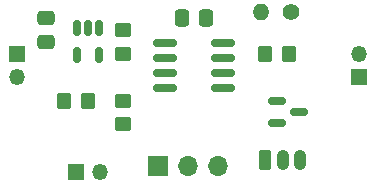
<source format=gbr>
%TF.GenerationSoftware,KiCad,Pcbnew,7.0.2*%
%TF.CreationDate,2023-05-18T15:11:27-04:00*%
%TF.ProjectId,smartpir,736d6172-7470-4697-922e-6b696361645f,rev?*%
%TF.SameCoordinates,Original*%
%TF.FileFunction,Soldermask,Top*%
%TF.FilePolarity,Negative*%
%FSLAX46Y46*%
G04 Gerber Fmt 4.6, Leading zero omitted, Abs format (unit mm)*
G04 Created by KiCad (PCBNEW 7.0.2) date 2023-05-18 15:11:27*
%MOMM*%
%LPD*%
G01*
G04 APERTURE LIST*
G04 Aperture macros list*
%AMRoundRect*
0 Rectangle with rounded corners*
0 $1 Rounding radius*
0 $2 $3 $4 $5 $6 $7 $8 $9 X,Y pos of 4 corners*
0 Add a 4 corners polygon primitive as box body*
4,1,4,$2,$3,$4,$5,$6,$7,$8,$9,$2,$3,0*
0 Add four circle primitives for the rounded corners*
1,1,$1+$1,$2,$3*
1,1,$1+$1,$4,$5*
1,1,$1+$1,$6,$7*
1,1,$1+$1,$8,$9*
0 Add four rect primitives between the rounded corners*
20,1,$1+$1,$2,$3,$4,$5,0*
20,1,$1+$1,$4,$5,$6,$7,0*
20,1,$1+$1,$6,$7,$8,$9,0*
20,1,$1+$1,$8,$9,$2,$3,0*%
G04 Aperture macros list end*
%ADD10O,1.400000X1.400000*%
%ADD11C,1.400000*%
%ADD12RoundRect,0.250000X0.475000X-0.337500X0.475000X0.337500X-0.475000X0.337500X-0.475000X-0.337500X0*%
%ADD13RoundRect,0.250000X-0.265000X-0.615000X0.265000X-0.615000X0.265000X0.615000X-0.265000X0.615000X0*%
%ADD14O,1.030000X1.730000*%
%ADD15R,1.350000X1.350000*%
%ADD16O,1.350000X1.350000*%
%ADD17RoundRect,0.250000X0.350000X0.450000X-0.350000X0.450000X-0.350000X-0.450000X0.350000X-0.450000X0*%
%ADD18RoundRect,0.150000X-0.825000X-0.150000X0.825000X-0.150000X0.825000X0.150000X-0.825000X0.150000X0*%
%ADD19RoundRect,0.150000X-0.150000X0.512500X-0.150000X-0.512500X0.150000X-0.512500X0.150000X0.512500X0*%
%ADD20RoundRect,0.250000X-0.450000X0.350000X-0.450000X-0.350000X0.450000X-0.350000X0.450000X0.350000X0*%
%ADD21RoundRect,0.250000X-0.350000X-0.450000X0.350000X-0.450000X0.350000X0.450000X-0.350000X0.450000X0*%
%ADD22RoundRect,0.150000X-0.587500X-0.150000X0.587500X-0.150000X0.587500X0.150000X-0.587500X0.150000X0*%
%ADD23RoundRect,0.250000X-0.337500X-0.475000X0.337500X-0.475000X0.337500X0.475000X-0.337500X0.475000X0*%
%ADD24R,1.700000X1.700000*%
%ADD25O,1.700000X1.700000*%
G04 APERTURE END LIST*
D10*
%TO.C,R3*%
X122680000Y-102500000D03*
D11*
X125220000Y-102500000D03*
%TD*%
D12*
%TO.C,C1*%
X104500000Y-102962500D03*
X104500000Y-105037500D03*
%TD*%
D13*
%TO.C,J5*%
X123000000Y-115000000D03*
D14*
X124500000Y-115000000D03*
X126000000Y-115000000D03*
%TD*%
D15*
%TO.C,J1*%
X102000000Y-106000000D03*
D16*
X102000000Y-108000000D03*
%TD*%
D17*
%TO.C,R4*%
X125000000Y-106000000D03*
X123000000Y-106000000D03*
%TD*%
D18*
%TO.C,U1*%
X114525000Y-105095000D03*
X114525000Y-106365000D03*
X114525000Y-107635000D03*
X114525000Y-108905000D03*
X119475000Y-108905000D03*
X119475000Y-107635000D03*
X119475000Y-106365000D03*
X119475000Y-105095000D03*
%TD*%
D19*
%TO.C,U2*%
X108950000Y-103862500D03*
X108000000Y-103862500D03*
X107050000Y-103862500D03*
X107050000Y-106137500D03*
X108950000Y-106137500D03*
%TD*%
D20*
%TO.C,R2*%
X111000000Y-110000000D03*
X111000000Y-112000000D03*
%TD*%
D21*
%TO.C,R1*%
X106000000Y-110000000D03*
X108000000Y-110000000D03*
%TD*%
D22*
%TO.C,Q1*%
X124000000Y-110000000D03*
X124000000Y-111900000D03*
X125875000Y-110950000D03*
%TD*%
D15*
%TO.C,J4*%
X107000000Y-116000000D03*
D16*
X109000000Y-116000000D03*
%TD*%
D15*
%TO.C,J3*%
X131000000Y-108000000D03*
D16*
X131000000Y-106000000D03*
%TD*%
D20*
%TO.C,R5*%
X111000000Y-104000000D03*
X111000000Y-106000000D03*
%TD*%
D23*
%TO.C,C2*%
X115962500Y-103000000D03*
X118037500Y-103000000D03*
%TD*%
D24*
%TO.C,J2*%
X113975000Y-115500000D03*
D25*
X116515000Y-115500000D03*
X119055000Y-115500000D03*
%TD*%
M02*

</source>
